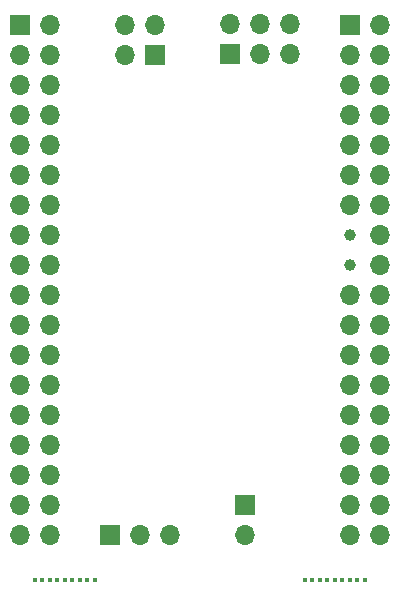
<source format=gbs>
G04 #@! TF.GenerationSoftware,KiCad,Pcbnew,(7.0.0)*
G04 #@! TF.CreationDate,2023-06-29T20:34:44+10:00*
G04 #@! TF.ProjectId,RP2040_minimal,52503230-3430-45f6-9d69-6e696d616c2e,REV1*
G04 #@! TF.SameCoordinates,Original*
G04 #@! TF.FileFunction,Soldermask,Bot*
G04 #@! TF.FilePolarity,Negative*
%FSLAX46Y46*%
G04 Gerber Fmt 4.6, Leading zero omitted, Abs format (unit mm)*
G04 Created by KiCad (PCBNEW (7.0.0)) date 2023-06-29 20:34:44*
%MOMM*%
%LPD*%
G01*
G04 APERTURE LIST*
%ADD10C,0.380000*%
%ADD11R,1.700000X1.700000*%
%ADD12O,1.700000X1.700000*%
%ADD13C,1.000000*%
G04 APERTURE END LIST*
D10*
X173990000Y-125730000D03*
X173355000Y-125730000D03*
X172720000Y-125730000D03*
X172085000Y-125730000D03*
X171450000Y-125730000D03*
X170815000Y-125730000D03*
X170180000Y-125730000D03*
X169545000Y-125730000D03*
X168910000Y-125730000D03*
X151130000Y-125730000D03*
X150495000Y-125730000D03*
X149860000Y-125730000D03*
X149225000Y-125730000D03*
X148590000Y-125730000D03*
X147955000Y-125730000D03*
X147320000Y-125730000D03*
X146685000Y-125730000D03*
X146050000Y-125730000D03*
D11*
X163829999Y-119379999D03*
D12*
X163829999Y-121919999D03*
D11*
X152399999Y-121919999D03*
D12*
X154939999Y-121919999D03*
X157479999Y-121919999D03*
D11*
X162559999Y-81239999D03*
D12*
X162559999Y-78699999D03*
X165099999Y-81239999D03*
X165099999Y-78699999D03*
X167639999Y-81239999D03*
X167639999Y-78699999D03*
D11*
X156209999Y-81279999D03*
D12*
X153669999Y-81279999D03*
X156209999Y-78739999D03*
X153669999Y-78739999D03*
D11*
X144779999Y-78739999D03*
D12*
X147319999Y-78739999D03*
X144779999Y-81279999D03*
X147319999Y-81279999D03*
X144779999Y-83819999D03*
X147319999Y-83819999D03*
X144779999Y-86359999D03*
X147319999Y-86359999D03*
X144779999Y-88899999D03*
X147319999Y-88899999D03*
X144779999Y-91439999D03*
X147319999Y-91439999D03*
X144779999Y-93979999D03*
X147319999Y-93979999D03*
X144779999Y-96519999D03*
X147319999Y-96519999D03*
X144779999Y-99059999D03*
X147319999Y-99059999D03*
X144779999Y-101599999D03*
X147319999Y-101599999D03*
X144779999Y-104139999D03*
X147319999Y-104139999D03*
X144779999Y-106679999D03*
X147319999Y-106679999D03*
X144779999Y-109219999D03*
X147319999Y-109219999D03*
X144779999Y-111759999D03*
X147319999Y-111759999D03*
X144779999Y-114299999D03*
X147319999Y-114299999D03*
X144779999Y-116839999D03*
X147319999Y-116839999D03*
X144779999Y-119379999D03*
X147319999Y-119379999D03*
X144779999Y-121919999D03*
X147319999Y-121919999D03*
D13*
X172720000Y-99060000D03*
X172720000Y-96520000D03*
D11*
X172719999Y-78739999D03*
D12*
X175259999Y-78739999D03*
X172719999Y-81279999D03*
X175259999Y-81279999D03*
X172719999Y-83819999D03*
X175259999Y-83819999D03*
X172719999Y-86359999D03*
X175259999Y-86359999D03*
X172719999Y-88899999D03*
X175259999Y-88899999D03*
X172719999Y-91439999D03*
X175259999Y-91439999D03*
X172719999Y-93979999D03*
X175259999Y-93979999D03*
X175259999Y-96519999D03*
X175259999Y-99059999D03*
X172719999Y-101599999D03*
X175259999Y-101599999D03*
X172719999Y-104139999D03*
X175259999Y-104139999D03*
X172719999Y-106679999D03*
X175259999Y-106679999D03*
X172719999Y-109219999D03*
X175259999Y-109219999D03*
X172719999Y-111759999D03*
X175259999Y-111759999D03*
X172719999Y-114299999D03*
X175259999Y-114299999D03*
X172719999Y-116839999D03*
X175259999Y-116839999D03*
X172719999Y-119379999D03*
X175259999Y-119379999D03*
X172719999Y-121919999D03*
X175259999Y-121919999D03*
M02*

</source>
